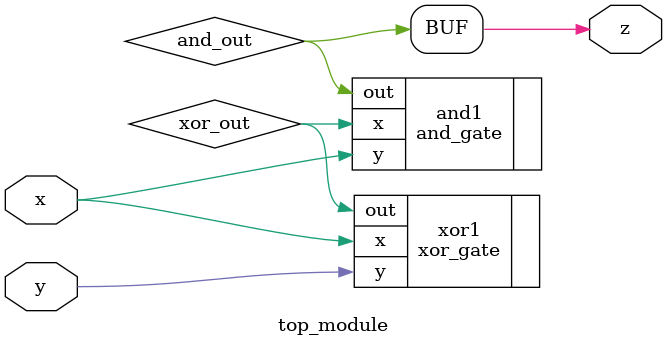
<source format=sv>
module top_module(
	input x,
	input y,
	output z);
	
	// Logic gates
	wire xor_out;
	wire and_out;
	
	// XOR gate
	xor_gate xor1(
		.x(x),
		.y(y),
		.out(xor_out)
	);
	
	// AND gate
	and_gate and1(
		.x(xor_out),
		.y(x),
		.out(and_out)
	);
	
	// Output
	assign z = and_out;
	
endmodule

</source>
